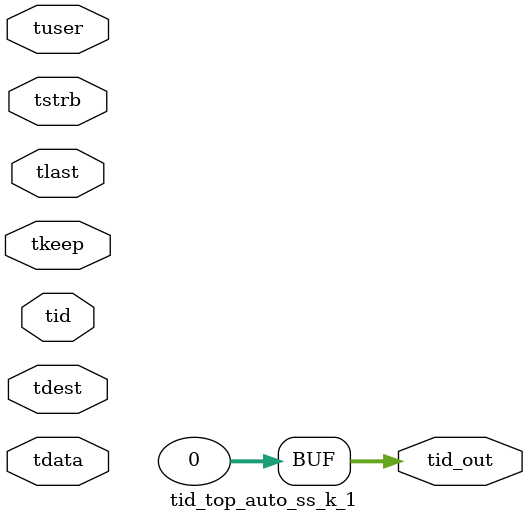
<source format=v>


`timescale 1ps/1ps

module tid_top_auto_ss_k_1 #
(
parameter C_S_AXIS_TID_WIDTH   = 1,
parameter C_S_AXIS_TUSER_WIDTH = 0,
parameter C_S_AXIS_TDATA_WIDTH = 0,
parameter C_S_AXIS_TDEST_WIDTH = 0,
parameter C_M_AXIS_TID_WIDTH   = 32
)
(
input  [(C_S_AXIS_TID_WIDTH   == 0 ? 1 : C_S_AXIS_TID_WIDTH)-1:0       ] tid,
input  [(C_S_AXIS_TDATA_WIDTH == 0 ? 1 : C_S_AXIS_TDATA_WIDTH)-1:0     ] tdata,
input  [(C_S_AXIS_TUSER_WIDTH == 0 ? 1 : C_S_AXIS_TUSER_WIDTH)-1:0     ] tuser,
input  [(C_S_AXIS_TDEST_WIDTH == 0 ? 1 : C_S_AXIS_TDEST_WIDTH)-1:0     ] tdest,
input  [(C_S_AXIS_TDATA_WIDTH/8)-1:0 ] tkeep,
input  [(C_S_AXIS_TDATA_WIDTH/8)-1:0 ] tstrb,
input                                                                    tlast,
output [(C_M_AXIS_TID_WIDTH   == 0 ? 1 : C_M_AXIS_TID_WIDTH)-1:0       ] tid_out
);

assign tid_out = {1'b0};

endmodule


</source>
